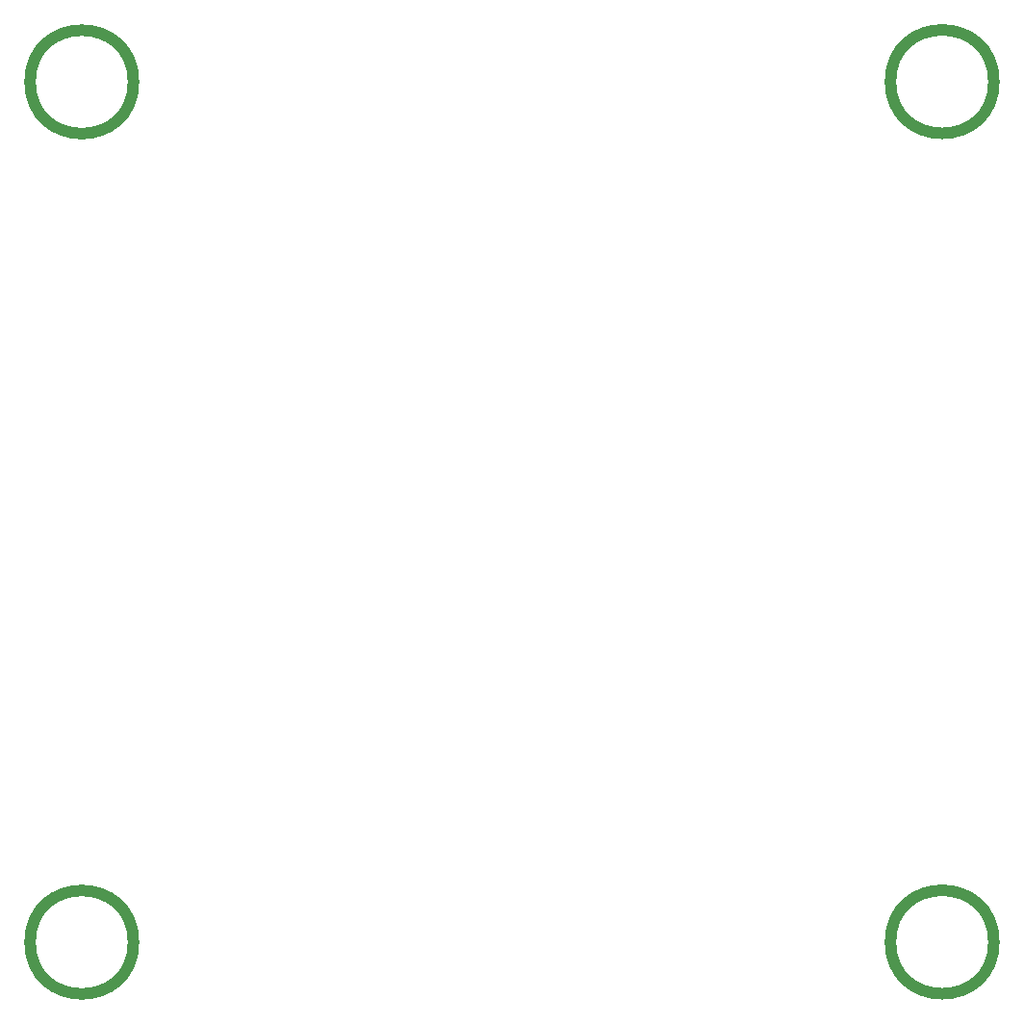
<source format=gbr>
%TF.GenerationSoftware,KiCad,Pcbnew,(6.0.1)*%
%TF.CreationDate,2022-08-15T17:42:43+03:00*%
%TF.ProjectId,ESP32_Drone,45535033-325f-4447-926f-6e652e6b6963,rev?*%
%TF.SameCoordinates,Original*%
%TF.FileFunction,Paste,Bot*%
%TF.FilePolarity,Positive*%
%FSLAX46Y46*%
G04 Gerber Fmt 4.6, Leading zero omitted, Abs format (unit mm)*
G04 Created by KiCad (PCBNEW (6.0.1)) date 2022-08-15 17:42:43*
%MOMM*%
%LPD*%
G01*
G04 APERTURE LIST*
%ADD10C,1.000000*%
G04 APERTURE END LIST*
D10*
%TO.C,SYM1*%
X108704000Y-108846000D02*
G75*
G03*
X108704000Y-108846000I-4550000J0D01*
G01*
X184396000Y-33140508D02*
G75*
G03*
X184396000Y-33140508I-4550000J0D01*
G01*
X108704000Y-33159216D02*
G75*
G03*
X108704000Y-33159216I-4550000J0D01*
G01*
X184396000Y-108832508D02*
G75*
G03*
X184396000Y-108832508I-4550000J0D01*
G01*
%TD*%
M02*

</source>
